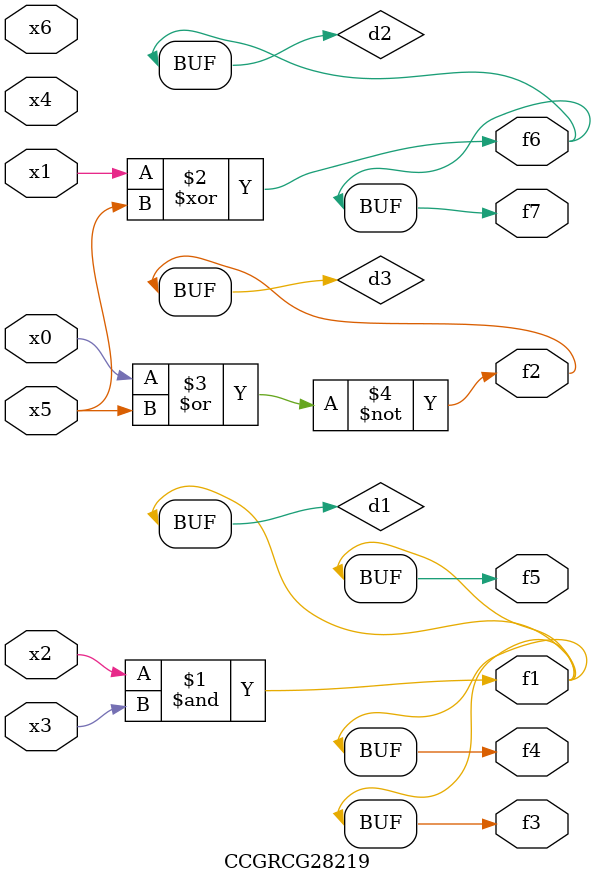
<source format=v>
module CCGRCG28219(
	input x0, x1, x2, x3, x4, x5, x6,
	output f1, f2, f3, f4, f5, f6, f7
);

	wire d1, d2, d3;

	and (d1, x2, x3);
	xor (d2, x1, x5);
	nor (d3, x0, x5);
	assign f1 = d1;
	assign f2 = d3;
	assign f3 = d1;
	assign f4 = d1;
	assign f5 = d1;
	assign f6 = d2;
	assign f7 = d2;
endmodule

</source>
